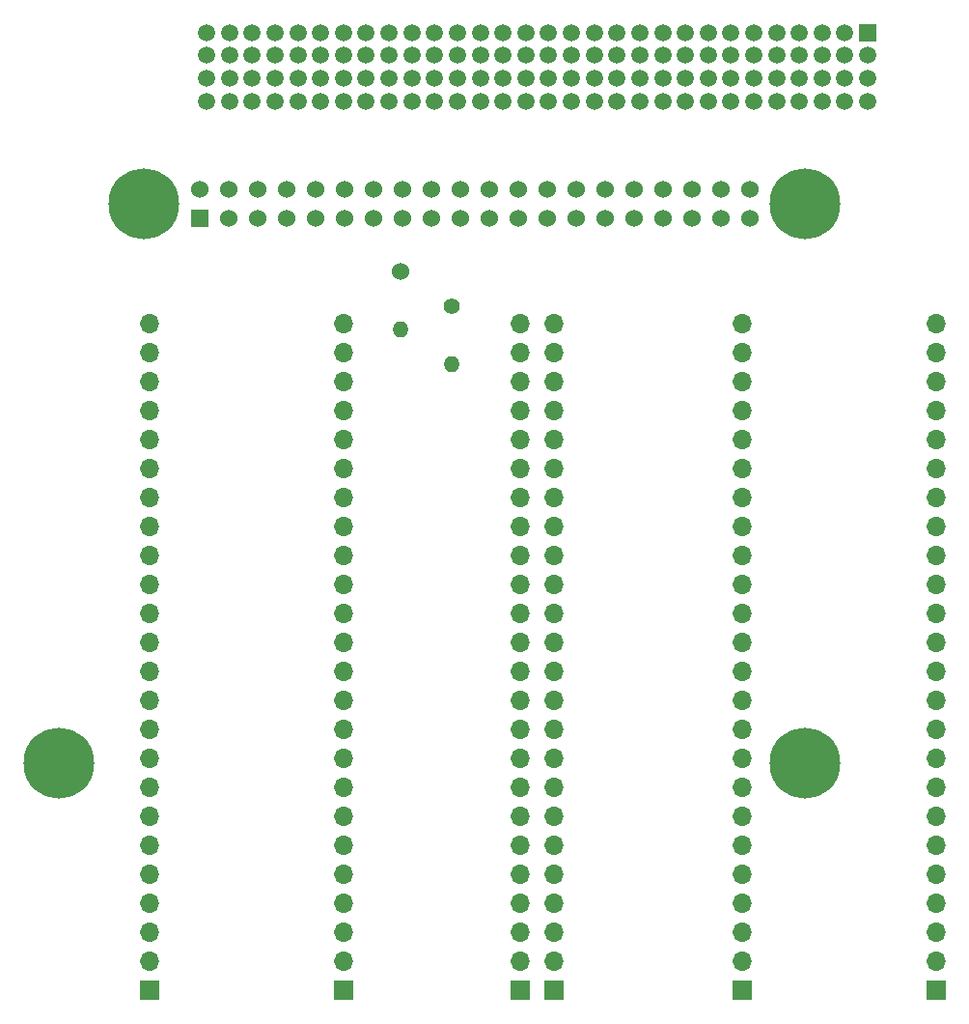
<source format=gbr>
%TF.GenerationSoftware,KiCad,Pcbnew,8.0.0*%
%TF.CreationDate,2025-01-08T23:24:48+02:00*%
%TF.ProjectId,diplomna_2024_pcb_layout,6469706c-6f6d-46e6-915f-323032345f70,rev?*%
%TF.SameCoordinates,Original*%
%TF.FileFunction,Copper,L4,Bot*%
%TF.FilePolarity,Positive*%
%FSLAX46Y46*%
G04 Gerber Fmt 4.6, Leading zero omitted, Abs format (unit mm)*
G04 Created by KiCad (PCBNEW 8.0.0) date 2025-01-08 23:24:48*
%MOMM*%
%LPD*%
G01*
G04 APERTURE LIST*
%TA.AperFunction,ComponentPad*%
%ADD10R,1.524000X1.524000*%
%TD*%
%TA.AperFunction,ComponentPad*%
%ADD11C,1.524000*%
%TD*%
%TA.AperFunction,ComponentPad*%
%ADD12C,6.200000*%
%TD*%
%TA.AperFunction,ComponentPad*%
%ADD13R,1.700000X1.700000*%
%TD*%
%TA.AperFunction,ComponentPad*%
%ADD14O,1.700000X1.700000*%
%TD*%
%TA.AperFunction,ComponentPad*%
%ADD15R,1.500000X1.500000*%
%TD*%
%TA.AperFunction,ComponentPad*%
%ADD16C,1.500000*%
%TD*%
%TA.AperFunction,ComponentPad*%
%ADD17O,1.400000X1.400000*%
%TD*%
%TA.AperFunction,ComponentPad*%
%ADD18C,1.400000*%
%TD*%
G04 APERTURE END LIST*
D10*
%TO.P,REF\u002A\u002A,1*%
%TO.N,3.3v*%
X173370000Y-70770000D03*
D11*
%TO.P,REF\u002A\u002A,2*%
%TO.N,VDD*%
X173370000Y-68230000D03*
%TO.P,REF\u002A\u002A,3*%
%TO.N,sda_i2c*%
X175910000Y-70770000D03*
%TO.P,REF\u002A\u002A,4*%
%TO.N,VDD*%
X175910000Y-68230000D03*
%TO.P,REF\u002A\u002A,5*%
%TO.N,scl_i2c*%
X178450000Y-70770000D03*
%TO.P,REF\u002A\u002A,6*%
%TO.N,GND*%
X178450000Y-68230000D03*
%TO.P,REF\u002A\u002A,7*%
%TO.N,N/C*%
X180990000Y-70770000D03*
%TO.P,REF\u002A\u002A,8*%
%TO.N,tx*%
X180990000Y-68230000D03*
%TO.P,REF\u002A\u002A,9*%
%TO.N,GND*%
X183530000Y-70770000D03*
%TO.P,REF\u002A\u002A,10*%
%TO.N,rx*%
X183530000Y-68230000D03*
%TO.P,REF\u002A\u002A,11*%
%TO.N,N/C*%
X186070000Y-70770000D03*
%TO.P,REF\u002A\u002A,12*%
X186070000Y-68230000D03*
%TO.P,REF\u002A\u002A,13*%
X188610000Y-70770000D03*
%TO.P,REF\u002A\u002A,14*%
%TO.N,GND*%
X188610000Y-68230000D03*
%TO.P,REF\u002A\u002A,15*%
%TO.N,N/C*%
X191150000Y-70770000D03*
%TO.P,REF\u002A\u002A,16*%
%TO.N,I/O*%
X191150000Y-68230000D03*
%TO.P,REF\u002A\u002A,17*%
%TO.N,N/C*%
X193690000Y-70770000D03*
%TO.P,REF\u002A\u002A,18*%
%TO.N,I/O*%
X193690000Y-68230000D03*
%TO.P,REF\u002A\u002A,19*%
%TO.N,mosi*%
X196230000Y-70770000D03*
%TO.P,REF\u002A\u002A,20*%
%TO.N,GND*%
X196230000Y-68230000D03*
%TO.P,REF\u002A\u002A,21*%
%TO.N,miso*%
X198770000Y-70770000D03*
%TO.P,REF\u002A\u002A,22*%
%TO.N,I/O*%
X198770000Y-68230000D03*
%TO.P,REF\u002A\u002A,23*%
%TO.N,scl*%
X201310000Y-70770000D03*
%TO.P,REF\u002A\u002A,24*%
%TO.N,I/O*%
X201310000Y-68230000D03*
%TO.P,REF\u002A\u002A,25*%
%TO.N,GND*%
X203850000Y-70770000D03*
%TO.P,REF\u002A\u002A,26*%
%TO.N,I/O*%
X203850000Y-68230000D03*
%TO.P,REF\u002A\u002A,27*%
%TO.N,N/C*%
X206390000Y-70770000D03*
%TO.P,REF\u002A\u002A,28*%
%TO.N,I/O*%
X206390000Y-68230000D03*
%TO.P,REF\u002A\u002A,29*%
%TO.N,N/C*%
X208930000Y-70770000D03*
%TO.P,REF\u002A\u002A,30*%
%TO.N,GND*%
X208930000Y-68230000D03*
%TO.P,REF\u002A\u002A,31*%
%TO.N,N/C*%
X211470000Y-70770000D03*
%TO.P,REF\u002A\u002A,32*%
X211470000Y-68230000D03*
%TO.P,REF\u002A\u002A,33*%
X214010000Y-70770000D03*
%TO.P,REF\u002A\u002A,34*%
%TO.N,GND*%
X214010000Y-68230000D03*
%TO.P,REF\u002A\u002A,35*%
%TO.N,N/C*%
X216550000Y-70770000D03*
%TO.P,REF\u002A\u002A,36*%
%TO.N,I/O*%
X216550000Y-68230000D03*
%TO.P,REF\u002A\u002A,37*%
%TO.N,N/C*%
X219090000Y-70770000D03*
%TO.P,REF\u002A\u002A,38*%
%TO.N,I/O*%
X219090000Y-68230000D03*
%TO.P,REF\u002A\u002A,39*%
%TO.N,GND*%
X221630000Y-70770000D03*
%TO.P,REF\u002A\u002A,40*%
%TO.N,I/O*%
X221630000Y-68230000D03*
D12*
%TO.P,REF\u002A\u002A,S1*%
%TO.N,GND*%
X168500000Y-69500000D03*
%TO.P,REF\u002A\u002A,S2*%
X226500000Y-69500000D03*
%TO.P,REF\u002A\u002A,S3*%
X226500000Y-118500000D03*
%TD*%
D13*
%TO.P,REF\u002A\u002A,1*%
%TO.N,I/O*%
X186000000Y-138400000D03*
D14*
%TO.P,REF\u002A\u002A,2*%
X186000000Y-135860000D03*
%TO.P,REF\u002A\u002A,3*%
X186000000Y-133320000D03*
%TO.P,REF\u002A\u002A,4*%
X186000000Y-130780000D03*
%TO.P,REF\u002A\u002A,5*%
X186000000Y-128240000D03*
%TO.P,REF\u002A\u002A,6*%
X186000000Y-125700000D03*
%TO.P,REF\u002A\u002A,7*%
X186000000Y-123160000D03*
%TO.P,REF\u002A\u002A,8*%
%TO.N,N/C*%
X186000000Y-120620000D03*
%TO.P,REF\u002A\u002A,9*%
%TO.N,CS*%
X186000000Y-118080000D03*
%TO.P,REF\u002A\u002A,10*%
X186000000Y-115540000D03*
%TO.P,REF\u002A\u002A,11*%
X186000000Y-113000000D03*
%TO.P,REF\u002A\u002A,12*%
X186000000Y-110460000D03*
%TO.P,REF\u002A\u002A,13*%
X186000000Y-107920000D03*
%TO.P,REF\u002A\u002A,14*%
%TO.N,N/C*%
X186000000Y-105380000D03*
%TO.P,REF\u002A\u002A,15*%
%TO.N,analog*%
X186000000Y-102840000D03*
%TO.P,REF\u002A\u002A,16*%
X186000000Y-100300000D03*
%TO.P,REF\u002A\u002A,17*%
%TO.N,CS*%
X186000000Y-97760000D03*
%TO.P,REF\u002A\u002A,18*%
%TO.N,miso*%
X186000000Y-95220000D03*
%TO.P,REF\u002A\u002A,19*%
%TO.N,mosi*%
X186000000Y-92680000D03*
%TO.P,REF\u002A\u002A,20*%
%TO.N,scl*%
X186000000Y-90140000D03*
%TO.P,REF\u002A\u002A,21*%
%TO.N,N/C*%
X186000000Y-87600000D03*
%TO.P,REF\u002A\u002A,22*%
%TO.N,sda_i2c*%
X186000000Y-85060000D03*
%TO.P,REF\u002A\u002A,23*%
%TO.N,scl_i2c*%
X186000000Y-82520000D03*
%TO.P,REF\u002A\u002A,24*%
%TO.N,VDD*%
X186000000Y-79980000D03*
%TD*%
D12*
%TO.P,,S4*%
%TO.N,GND*%
X161000000Y-118500000D03*
%TD*%
D14*
%TO.P,REF\u002A\u002A,24*%
%TO.N,VDD*%
X238000000Y-79980000D03*
%TO.P,REF\u002A\u002A,23*%
%TO.N,N/C*%
X238000000Y-82520000D03*
%TO.P,REF\u002A\u002A,22*%
X238000000Y-85060000D03*
%TO.P,REF\u002A\u002A,21*%
X238000000Y-87600000D03*
%TO.P,REF\u002A\u002A,20*%
X238000000Y-90140000D03*
%TO.P,REF\u002A\u002A,19*%
X238000000Y-92680000D03*
%TO.P,REF\u002A\u002A,18*%
X238000000Y-95220000D03*
%TO.P,REF\u002A\u002A,17*%
X238000000Y-97760000D03*
%TO.P,REF\u002A\u002A,16*%
X238000000Y-100300000D03*
%TO.P,REF\u002A\u002A,15*%
X238000000Y-102840000D03*
%TO.P,REF\u002A\u002A,14*%
X238000000Y-105380000D03*
%TO.P,REF\u002A\u002A,13*%
X238000000Y-107920000D03*
%TO.P,REF\u002A\u002A,12*%
X238000000Y-110460000D03*
%TO.P,REF\u002A\u002A,11*%
X238000000Y-113000000D03*
%TO.P,REF\u002A\u002A,10*%
X238000000Y-115540000D03*
%TO.P,REF\u002A\u002A,9*%
X238000000Y-118080000D03*
%TO.P,REF\u002A\u002A,8*%
X238000000Y-120620000D03*
%TO.P,REF\u002A\u002A,7*%
X238000000Y-123160000D03*
%TO.P,REF\u002A\u002A,6*%
X238000000Y-125700000D03*
%TO.P,REF\u002A\u002A,5*%
X238000000Y-128240000D03*
%TO.P,REF\u002A\u002A,4*%
X238000000Y-130780000D03*
%TO.P,REF\u002A\u002A,3*%
X238000000Y-133320000D03*
%TO.P,REF\u002A\u002A,2*%
X238000000Y-135860000D03*
D13*
%TO.P,REF\u002A\u002A,1*%
X238000000Y-138400000D03*
%TD*%
%TO.P,REF\u002A\u002A,1*%
%TO.N,I/O*%
X204500000Y-138400000D03*
D14*
%TO.P,REF\u002A\u002A,2*%
X204500000Y-135860000D03*
%TO.P,REF\u002A\u002A,3*%
X204500000Y-133320000D03*
%TO.P,REF\u002A\u002A,4*%
X204500000Y-130780000D03*
%TO.P,REF\u002A\u002A,5*%
X204500000Y-128240000D03*
%TO.P,REF\u002A\u002A,6*%
X204500000Y-125700000D03*
%TO.P,REF\u002A\u002A,7*%
X204500000Y-123160000D03*
%TO.P,REF\u002A\u002A,8*%
%TO.N,N/C*%
X204500000Y-120620000D03*
%TO.P,REF\u002A\u002A,9*%
%TO.N,CS*%
X204500000Y-118080000D03*
%TO.P,REF\u002A\u002A,10*%
X204500000Y-115540000D03*
%TO.P,REF\u002A\u002A,11*%
X204500000Y-113000000D03*
%TO.P,REF\u002A\u002A,12*%
X204500000Y-110460000D03*
%TO.P,REF\u002A\u002A,13*%
X204500000Y-107920000D03*
%TO.P,REF\u002A\u002A,14*%
%TO.N,N/C*%
X204500000Y-105380000D03*
%TO.P,REF\u002A\u002A,15*%
%TO.N,analog*%
X204500000Y-102840000D03*
%TO.P,REF\u002A\u002A,16*%
X204500000Y-100300000D03*
%TO.P,REF\u002A\u002A,17*%
%TO.N,N/C*%
X204500000Y-97760000D03*
%TO.P,REF\u002A\u002A,18*%
%TO.N,miso*%
X204500000Y-95220000D03*
%TO.P,REF\u002A\u002A,19*%
%TO.N,mosi*%
X204500000Y-92680000D03*
%TO.P,REF\u002A\u002A,20*%
%TO.N,scl*%
X204500000Y-90140000D03*
%TO.P,REF\u002A\u002A,21*%
%TO.N,N/C*%
X204500000Y-87600000D03*
%TO.P,REF\u002A\u002A,22*%
%TO.N,sda_i2c*%
X204500000Y-85060000D03*
%TO.P,REF\u002A\u002A,23*%
%TO.N,scl_i2c*%
X204500000Y-82520000D03*
%TO.P,REF\u002A\u002A,24*%
%TO.N,N/C*%
X204500000Y-79980000D03*
%TD*%
D13*
%TO.P,REF\u002A\u002A,1*%
%TO.N,I/O*%
X201500000Y-138400000D03*
D14*
%TO.P,REF\u002A\u002A,2*%
X201500000Y-135860000D03*
%TO.P,REF\u002A\u002A,3*%
X201500000Y-133320000D03*
%TO.P,REF\u002A\u002A,4*%
X201500000Y-130780000D03*
%TO.P,REF\u002A\u002A,5*%
X201500000Y-128240000D03*
%TO.P,REF\u002A\u002A,6*%
X201500000Y-125700000D03*
%TO.P,REF\u002A\u002A,7*%
X201500000Y-123160000D03*
%TO.P,REF\u002A\u002A,8*%
%TO.N,N/C*%
X201500000Y-120620000D03*
%TO.P,REF\u002A\u002A,9*%
%TO.N,CS*%
X201500000Y-118080000D03*
%TO.P,REF\u002A\u002A,10*%
X201500000Y-115540000D03*
%TO.P,REF\u002A\u002A,11*%
X201500000Y-113000000D03*
%TO.P,REF\u002A\u002A,12*%
X201500000Y-110460000D03*
%TO.P,REF\u002A\u002A,13*%
X201500000Y-107920000D03*
%TO.P,REF\u002A\u002A,14*%
%TO.N,N/C*%
X201500000Y-105380000D03*
%TO.P,REF\u002A\u002A,15*%
%TO.N,analog*%
X201500000Y-102840000D03*
%TO.P,REF\u002A\u002A,16*%
X201500000Y-100300000D03*
%TO.P,REF\u002A\u002A,17*%
%TO.N,N/C*%
X201500000Y-97760000D03*
%TO.P,REF\u002A\u002A,18*%
%TO.N,miso*%
X201500000Y-95220000D03*
%TO.P,REF\u002A\u002A,19*%
%TO.N,mosi*%
X201500000Y-92680000D03*
%TO.P,REF\u002A\u002A,20*%
%TO.N,scl*%
X201500000Y-90140000D03*
%TO.P,REF\u002A\u002A,21*%
%TO.N,N/C*%
X201500000Y-87600000D03*
%TO.P,REF\u002A\u002A,22*%
%TO.N,sda_i2c*%
X201500000Y-85060000D03*
%TO.P,REF\u002A\u002A,23*%
%TO.N,scl_i2c*%
X201500000Y-82520000D03*
%TO.P,REF\u002A\u002A,24*%
%TO.N,N/C*%
X201500000Y-79980000D03*
%TD*%
D13*
%TO.P,REF\u002A\u002A,1*%
%TO.N,N/C*%
X169000000Y-138400000D03*
D14*
%TO.P,REF\u002A\u002A,2*%
X169000000Y-135860000D03*
%TO.P,REF\u002A\u002A,3*%
X169000000Y-133320000D03*
%TO.P,REF\u002A\u002A,4*%
X169000000Y-130780000D03*
%TO.P,REF\u002A\u002A,5*%
X169000000Y-128240000D03*
%TO.P,REF\u002A\u002A,6*%
X169000000Y-125700000D03*
%TO.P,REF\u002A\u002A,7*%
X169000000Y-123160000D03*
%TO.P,REF\u002A\u002A,8*%
X169000000Y-120620000D03*
%TO.P,REF\u002A\u002A,9*%
X169000000Y-118080000D03*
%TO.P,REF\u002A\u002A,10*%
X169000000Y-115540000D03*
%TO.P,REF\u002A\u002A,11*%
X169000000Y-113000000D03*
%TO.P,REF\u002A\u002A,12*%
X169000000Y-110460000D03*
%TO.P,REF\u002A\u002A,13*%
X169000000Y-107920000D03*
%TO.P,REF\u002A\u002A,14*%
X169000000Y-105380000D03*
%TO.P,REF\u002A\u002A,15*%
X169000000Y-102840000D03*
%TO.P,REF\u002A\u002A,16*%
X169000000Y-100300000D03*
%TO.P,REF\u002A\u002A,17*%
X169000000Y-97760000D03*
%TO.P,REF\u002A\u002A,18*%
X169000000Y-95220000D03*
%TO.P,REF\u002A\u002A,19*%
X169000000Y-92680000D03*
%TO.P,REF\u002A\u002A,20*%
X169000000Y-90140000D03*
%TO.P,REF\u002A\u002A,21*%
X169000000Y-87600000D03*
%TO.P,REF\u002A\u002A,22*%
X169000000Y-85060000D03*
%TO.P,REF\u002A\u002A,23*%
X169000000Y-82520000D03*
%TO.P,REF\u002A\u002A,24*%
%TO.N,GND*%
X169000000Y-79980000D03*
%TD*%
D15*
%TO.P,J\u002A\u002A,1*%
%TO.N,N/C*%
X232000000Y-54500000D03*
D16*
%TO.P,J\u002A\u002A,2*%
X230000000Y-54500000D03*
%TO.P,J\u002A\u002A,3*%
X228000000Y-54500000D03*
%TO.P,J\u002A\u002A,4*%
X226000000Y-54500000D03*
%TO.P,J\u002A\u002A,5*%
X224000000Y-54500000D03*
%TO.P,J\u002A\u002A,6*%
X222000000Y-54500000D03*
%TO.P,J\u002A\u002A,7*%
X220000000Y-54500000D03*
%TO.P,J\u002A\u002A,8*%
X218000000Y-54500000D03*
%TO.P,J\u002A\u002A,9*%
X216000000Y-54500000D03*
%TO.P,J\u002A\u002A,10*%
X214000000Y-54500000D03*
%TO.P,J\u002A\u002A,11*%
X212000000Y-54500000D03*
%TO.P,J\u002A\u002A,12*%
X210000000Y-54500000D03*
%TO.P,J\u002A\u002A,13*%
X208000000Y-54500000D03*
%TO.P,J\u002A\u002A,14*%
X206000000Y-54500000D03*
%TO.P,J\u002A\u002A,15*%
X204000000Y-54500000D03*
%TO.P,J\u002A\u002A,16*%
X202000000Y-54500000D03*
%TO.P,J\u002A\u002A,17*%
X200000000Y-54500000D03*
%TO.P,J\u002A\u002A,18*%
X198000000Y-54500000D03*
%TO.P,J\u002A\u002A,19*%
X196000000Y-54500000D03*
%TO.P,J\u002A\u002A,20*%
X194000000Y-54500000D03*
%TO.P,J\u002A\u002A,21*%
X192000000Y-54500000D03*
%TO.P,J\u002A\u002A,22*%
X190000000Y-54500000D03*
%TO.P,J\u002A\u002A,23*%
X188000000Y-54500000D03*
%TO.P,J\u002A\u002A,24*%
X186000000Y-54500000D03*
%TO.P,J\u002A\u002A,25*%
X184000000Y-54500000D03*
%TO.P,J\u002A\u002A,26*%
X182000000Y-54500000D03*
%TO.P,J\u002A\u002A,27*%
X180000000Y-54500000D03*
%TO.P,J\u002A\u002A,28*%
X178000000Y-54500000D03*
%TO.P,J\u002A\u002A,29*%
X176000000Y-54500000D03*
%TO.P,J\u002A\u002A,30*%
%TO.N,GND*%
X174000000Y-54500000D03*
%TO.P,J\u002A\u002A,31*%
%TO.N,N/C*%
X232000000Y-56500000D03*
%TO.P,J\u002A\u002A,32*%
X230000000Y-56500000D03*
%TO.P,J\u002A\u002A,33*%
X228000000Y-56500000D03*
%TO.P,J\u002A\u002A,34*%
X226000000Y-56500000D03*
%TO.P,J\u002A\u002A,35*%
X224000000Y-56500000D03*
%TO.P,J\u002A\u002A,36*%
X222000000Y-56500000D03*
%TO.P,J\u002A\u002A,37*%
X220000000Y-56500000D03*
%TO.P,J\u002A\u002A,38*%
X218000000Y-56500000D03*
%TO.P,J\u002A\u002A,39*%
X216000000Y-56500000D03*
%TO.P,J\u002A\u002A,40*%
X214000000Y-56500000D03*
%TO.P,J\u002A\u002A,41*%
X212000000Y-56500000D03*
%TO.P,J\u002A\u002A,42*%
X210000000Y-56500000D03*
%TO.P,J\u002A\u002A,43*%
X208000000Y-56500000D03*
%TO.P,J\u002A\u002A,44*%
X206000000Y-56500000D03*
%TO.P,J\u002A\u002A,45*%
X204000000Y-56500000D03*
%TO.P,J\u002A\u002A,46*%
X202000000Y-56500000D03*
%TO.P,J\u002A\u002A,47*%
X200000000Y-56500000D03*
%TO.P,J\u002A\u002A,48*%
X198000000Y-56500000D03*
%TO.P,J\u002A\u002A,49*%
X196000000Y-56500000D03*
%TO.P,J\u002A\u002A,50*%
X194000000Y-56500000D03*
%TO.P,J\u002A\u002A,51*%
X192000000Y-56500000D03*
%TO.P,J\u002A\u002A,52*%
X190000000Y-56500000D03*
%TO.P,J\u002A\u002A,53*%
X188000000Y-56500000D03*
%TO.P,J\u002A\u002A,54*%
X186000000Y-56500000D03*
%TO.P,J\u002A\u002A,55*%
X184000000Y-56500000D03*
%TO.P,J\u002A\u002A,56*%
X182000000Y-56500000D03*
%TO.P,J\u002A\u002A,57*%
X180000000Y-56500000D03*
%TO.P,J\u002A\u002A,58*%
X178000000Y-56500000D03*
%TO.P,J\u002A\u002A,59*%
X176000000Y-56500000D03*
%TO.P,J\u002A\u002A,60*%
%TO.N,3.3v*%
X174000000Y-56500000D03*
%TO.P,J\u002A\u002A,61*%
%TO.N,N/C*%
X232000000Y-58500000D03*
%TO.P,J\u002A\u002A,62*%
X230000000Y-58500000D03*
%TO.P,J\u002A\u002A,63*%
X228000000Y-58500000D03*
%TO.P,J\u002A\u002A,64*%
X226000000Y-58500000D03*
%TO.P,J\u002A\u002A,65*%
X224000000Y-58500000D03*
%TO.P,J\u002A\u002A,66*%
X222000000Y-58500000D03*
%TO.P,J\u002A\u002A,67*%
X220000000Y-58500000D03*
%TO.P,J\u002A\u002A,68*%
X218000000Y-58500000D03*
%TO.P,J\u002A\u002A,69*%
X216000000Y-58500000D03*
%TO.P,J\u002A\u002A,70*%
X214000000Y-58500000D03*
%TO.P,J\u002A\u002A,71*%
X212000000Y-58500000D03*
%TO.P,J\u002A\u002A,72*%
X210000000Y-58500000D03*
%TO.P,J\u002A\u002A,73*%
X208000000Y-58500000D03*
%TO.P,J\u002A\u002A,74*%
X206000000Y-58500000D03*
%TO.P,J\u002A\u002A,75*%
X204000000Y-58500000D03*
%TO.P,J\u002A\u002A,76*%
X202000000Y-58500000D03*
%TO.P,J\u002A\u002A,77*%
X200000000Y-58500000D03*
%TO.P,J\u002A\u002A,78*%
X198000000Y-58500000D03*
%TO.P,J\u002A\u002A,79*%
X196000000Y-58500000D03*
%TO.P,J\u002A\u002A,80*%
X194000000Y-58500000D03*
%TO.P,J\u002A\u002A,81*%
X192000000Y-58500000D03*
%TO.P,J\u002A\u002A,82*%
X190000000Y-58500000D03*
%TO.P,J\u002A\u002A,83*%
X188000000Y-58500000D03*
%TO.P,J\u002A\u002A,84*%
X186000000Y-58500000D03*
%TO.P,J\u002A\u002A,85*%
X184000000Y-58500000D03*
%TO.P,J\u002A\u002A,86*%
X182000000Y-58500000D03*
%TO.P,J\u002A\u002A,87*%
X180000000Y-58500000D03*
%TO.P,J\u002A\u002A,88*%
X178000000Y-58500000D03*
%TO.P,J\u002A\u002A,89*%
X176000000Y-58500000D03*
%TO.P,J\u002A\u002A,90*%
%TO.N,VDD*%
X174000000Y-58500000D03*
%TO.P,J\u002A\u002A,91*%
%TO.N,N/C*%
X232000000Y-60500000D03*
%TO.P,J\u002A\u002A,92*%
X230000000Y-60500000D03*
%TO.P,J\u002A\u002A,93*%
X228000000Y-60500000D03*
%TO.P,J\u002A\u002A,94*%
X226000000Y-60500000D03*
%TO.P,J\u002A\u002A,95*%
X224000000Y-60500000D03*
%TO.P,J\u002A\u002A,96*%
X222000000Y-60500000D03*
%TO.P,J\u002A\u002A,97*%
X220000000Y-60500000D03*
%TO.P,J\u002A\u002A,98*%
X218000000Y-60500000D03*
%TO.P,J\u002A\u002A,99*%
X216000000Y-60500000D03*
%TO.P,J\u002A\u002A,100*%
%TO.N,I/O*%
X214000000Y-60500000D03*
%TO.P,J\u002A\u002A,101*%
X212000000Y-60500000D03*
%TO.P,J\u002A\u002A,102*%
X210000000Y-60500000D03*
%TO.P,J\u002A\u002A,103*%
%TO.N,N/C*%
X208000000Y-60500000D03*
%TO.P,J\u002A\u002A,104*%
X206000000Y-60500000D03*
%TO.P,J\u002A\u002A,105*%
X204000000Y-60500000D03*
%TO.P,J\u002A\u002A,106*%
X202000000Y-60500000D03*
%TO.P,J\u002A\u002A,107*%
%TO.N,I/O*%
X200000000Y-60500000D03*
%TO.P,J\u002A\u002A,108*%
X198000000Y-60500000D03*
%TO.P,J\u002A\u002A,109*%
X196000000Y-60500000D03*
%TO.P,J\u002A\u002A,110*%
X194000000Y-60500000D03*
%TO.P,J\u002A\u002A,111*%
X192000000Y-60500000D03*
%TO.P,J\u002A\u002A,112*%
X190000000Y-60500000D03*
%TO.P,J\u002A\u002A,113*%
%TO.N,N/C*%
X188000000Y-60500000D03*
%TO.P,J\u002A\u002A,114*%
%TO.N,rx*%
X186000000Y-60500000D03*
%TO.P,J\u002A\u002A,115*%
%TO.N,tx*%
X184000000Y-60500000D03*
%TO.P,J\u002A\u002A,116*%
%TO.N,N/C*%
X182000000Y-60500000D03*
%TO.P,J\u002A\u002A,117*%
%TO.N,scl_i2c*%
X180000000Y-60500000D03*
%TO.P,J\u002A\u002A,118*%
%TO.N,sda_i2c*%
X178000000Y-60500000D03*
%TO.P,J\u002A\u002A,119*%
%TO.N,N/C*%
X176000000Y-60500000D03*
%TO.P,J\u002A\u002A,120*%
%TO.N,VDD*%
X174000000Y-60500000D03*
%TD*%
D11*
%TO.P,REF\u002A\u002A,1*%
%TO.N,VDD*%
X191000000Y-75460000D03*
D17*
%TO.P,REF\u002A\u002A,2*%
%TO.N,scl_i2c*%
X191000000Y-80540000D03*
%TD*%
D18*
%TO.P,REF\u002A\u002A,1*%
%TO.N,VDD*%
X195500000Y-78460000D03*
D17*
%TO.P,REF\u002A\u002A,3*%
%TO.N,sda_i2c*%
X195500000Y-83540000D03*
%TD*%
D14*
%TO.P,REF\u002A\u002A,24*%
%TO.N,GND*%
X221000000Y-79980000D03*
%TO.P,REF\u002A\u002A,23*%
%TO.N,scl_i2c*%
X221000000Y-82520000D03*
%TO.P,REF\u002A\u002A,22*%
%TO.N,sda_i2c*%
X221000000Y-85060000D03*
%TO.P,REF\u002A\u002A,21*%
%TO.N,N/C*%
X221000000Y-87600000D03*
%TO.P,REF\u002A\u002A,20*%
%TO.N,scl*%
X221000000Y-90140000D03*
%TO.P,REF\u002A\u002A,19*%
%TO.N,mosi*%
X221000000Y-92680000D03*
%TO.P,REF\u002A\u002A,18*%
%TO.N,miso*%
X221000000Y-95220000D03*
%TO.P,REF\u002A\u002A,17*%
%TO.N,CS*%
X221000000Y-97760000D03*
%TO.P,REF\u002A\u002A,16*%
%TO.N,analog*%
X221000000Y-100300000D03*
%TO.P,REF\u002A\u002A,15*%
X221000000Y-102840000D03*
%TO.P,REF\u002A\u002A,14*%
%TO.N,N/C*%
X221000000Y-105380000D03*
%TO.P,REF\u002A\u002A,13*%
%TO.N,CS*%
X221000000Y-107920000D03*
%TO.P,REF\u002A\u002A,12*%
X221000000Y-110460000D03*
%TO.P,REF\u002A\u002A,11*%
X221000000Y-113000000D03*
%TO.P,REF\u002A\u002A,10*%
X221000000Y-115540000D03*
%TO.P,REF\u002A\u002A,9*%
X221000000Y-118080000D03*
%TO.P,REF\u002A\u002A,8*%
%TO.N,N/C*%
X221000000Y-120620000D03*
%TO.P,REF\u002A\u002A,7*%
%TO.N,I/O*%
X221000000Y-123160000D03*
%TO.P,REF\u002A\u002A,6*%
X221000000Y-125700000D03*
%TO.P,REF\u002A\u002A,5*%
X221000000Y-128240000D03*
%TO.P,REF\u002A\u002A,4*%
X221000000Y-130780000D03*
%TO.P,REF\u002A\u002A,3*%
X221000000Y-133320000D03*
%TO.P,REF\u002A\u002A,2*%
X221000000Y-135860000D03*
D13*
%TO.P,REF\u002A\u002A,1*%
X221000000Y-138400000D03*
%TD*%
M02*

</source>
